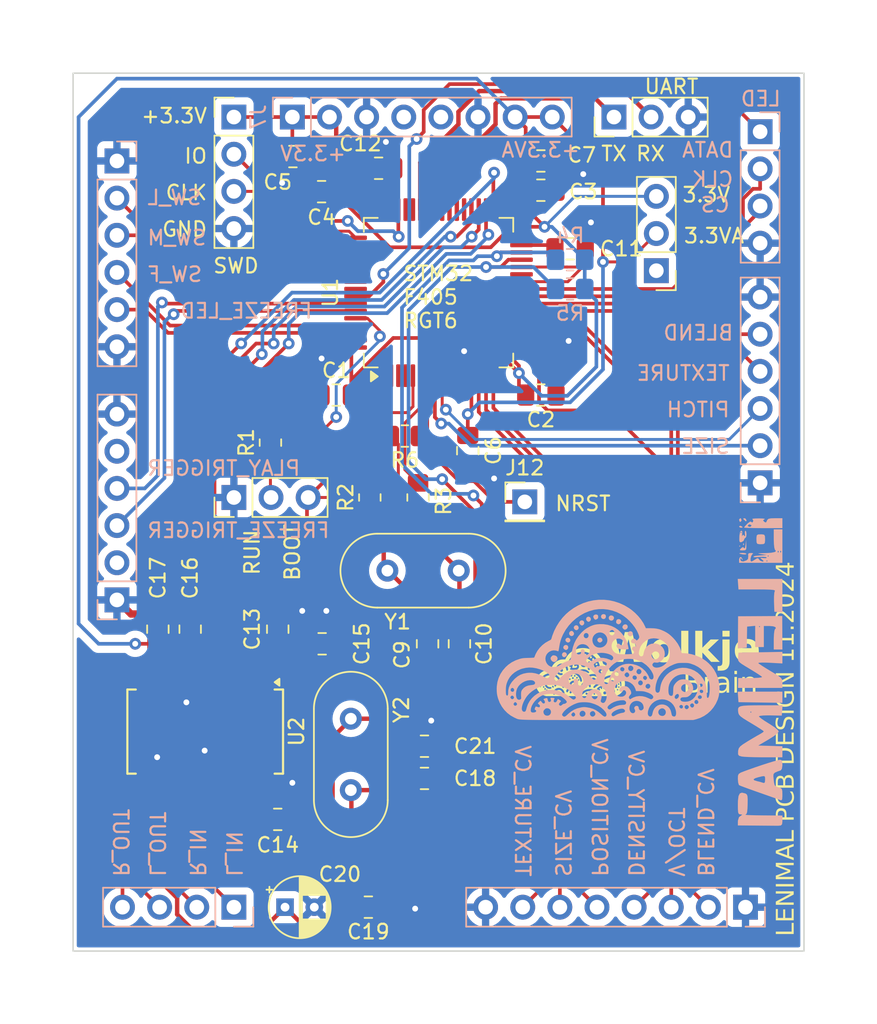
<source format=kicad_pcb>
(kicad_pcb (version 20240108) (generator "pcbnew") (generator_version "8.0")
  (layers (0 "F.Cu" signal) (31 "B.Cu" signal) (34 "B.Paste" user) (35 "F.Paste" user) (36 "B.SilkS" user "B.Silkscreen") (37 "F.SilkS" user "F.Silkscreen") (38 "B.Mask" user) (39 "F.Mask" user) (44 "Edge.Cuts" user))
  (net 0 "")
  (net 1 "+3.3V")
  (net 2 "GNDREF")
  (net 3 "+3.3VA")
  (net 4 "/STM32/NRST")
  (net 5 "Net-(C9-Pad1)")
  (net 6 "Net-(C10-Pad1)")
  (net 7 "/STM32/VCAP_1")
  (net 8 "/STM32/VCAP_2")
  (net 9 "Net-(U2-XTI{slash}MCLK)")
  (net 10 "Net-(U2-VMID)")
  (net 11 "Net-(U2-XTO)")
  (net 12 "Net-(J1-Pin_2)")
  (net 13 "/STM32/RX")
  (net 14 "/STM32/TX")
  (net 15 "/STM32/SWD_CLK")
  (net 16 "/STM32/SWD_IO")
  (net 17 "/STM32/BOOT0")
  (net 18 "/STM32/HSC_IN")
  (net 19 "/STM32/HSC_OUT")
  (net 20 "/STM32/I2C_SDA")
  (net 21 "/STM32/I2S_SCK")
  (net 22 "/STM32/I2S_LRCK")
  (net 24 "/STM32/SIZE_CV")
  (net 28 "/STM32/TEXTURE_CV")
  (net 29 "/STM32/LED_DATA")
  (net 31 "/STM32/DENSITY_CV")
  (net 32 "/STM32/FREEZE_TRIGGER")
  (net 33 "/STM32/BLEND_CV")
  (net 34 "/STM32/I2S_SIN")
  (net 38 "/STM32/PITCH")
  (net 40 "/STM32/SW_LOAD")
  (net 41 "/STM32/TEXTURE")
  (net 42 "/STM32/POSITION_CV")
  (net 44 "/STM32/PLAY_TRIGGER")
  (net 45 "/STM32/SIZE")
  (net 46 "/STM32/I2C_SCL")
  (net 47 "/STM32/V_OCT")
  (net 48 "/STM32/BLEND")
  (net 51 "/STM32/LED_ENABLE")
  (net 54 "/STM32/I2S_SOUT")
  (net 57 "/STM32/FREEZE_LED")
  (net 60 "/STM32/SW_MODE")
  (net 61 "/STM32/LED_CLK")
  (net 63 "/audio-codec/L_OUT")
  (net 64 "/audio-codec/R_OUT")
  (net 66 "/audio-codec/L_IN")
  (net 67 "/audio-codec/R_IN")
  (net 75 "/STM32/SW_FREEZE")
  (footprint "Capacitor_SMD:C_0805_2012Metric_Pad1.18x1.45mm_HandSolder" (layer "F.Cu") (at 67.0375 89 180)
    (property "Reference" "C15")
    (property "Value" "10uF")
  )
  (footprint "Capacitor_SMD:C_0805_2012Metric_Pad1.18x1.45mm_HandSolder" (layer "F.Cu") (at 64 88 -90)
    (property "Reference" "C13")
    (property "Value" "100nF")
  )
  (footprint "Capacitor_SMD:C_0805_2012Metric_Pad1.18x1.45mm_HandSolder" (layer "F.Cu") (at 67 58.1)
    (property "Reference" "C4")
    (property "Value" "100nF")
  )
  (footprint "Capacitor_SMD:C_0805_2012Metric_Pad1.18x1.45mm_HandSolder" (layer "F.Cu") (at 74.0375 98.2)
    (property "Reference" "C18")
    (property "Value" "18pF")
  )
  (footprint "Capacitor_SMD:C_0805_2012Metric_Pad1.18x1.45mm_HandSolder" (layer "F.Cu") (at 74.25 89 -90)
    (property "Reference" "C9")
    (property "Value" "18pF")
  )
  (footprint "Package_SO:SSOP-28_5.3x10.2mm_P0.65mm" (layer "F.Cu") (at 59.0375 95 -90)
    (property "Reference" "U2")
    (property "Value" "WM8731SEDS")
  )
  (footprint "synth-gfx:wolkje" (layer "F.Cu") (at 85.19558 93.611542)
    (property "Reference" "G***" (hide yes))
    (property "Value" "LOGO" (hide yes))
  )
  (footprint "Connector_PinHeader_2.54mm:PinHeader_1x03_P2.54mm_Vertical" (layer "F.Cu") (at 87 53 90)
    (property "Reference" "J2" (hide yes))
    (property "Value" "UART")
  )
  (footprint "Capacitor_THT:CP_Radial_D4.0mm_P2.00mm" (layer "F.Cu") (at 64.5 107)
    (property "Reference" "C20")
    (property "Value" "10uF")
  )
  (footprint "Capacitor_SMD:C_0805_2012Metric_Pad1.18x1.45mm_HandSolder" (layer "F.Cu") (at 76.43 89 -90)
    (property "Reference" "C10")
    (property "Value" "18pF")
  )
  (footprint "Crystal:Crystal_HC49-U_Vertical" (layer "F.Cu") (at 71.5 84)
    (property "Reference" "Y1")
    (property "Value" "8MHZ")
  )
  (footprint "Connector_PinHeader_2.54mm:PinHeader_1x03_P2.54mm_Vertical" (layer "F.Cu") (at 61 79 90)
    (property "Reference" "J1" (hide yes))
    (property "Value" "BOOT_RUN")
  )
  (footprint "Capacitor_SMD:C_0805_2012Metric_Pad1.18x1.45mm_HandSolder" (layer "F.Cu") (at 65.0375 55.7 180)
    (property "Reference" "C5")
    (property "Value" "10uF")
  )
  (footprint "Package_QFP:LQFP-64_10x10mm_P0.5mm" (layer "F.Cu") (at 75 65 90)
    (property "Reference" "U1")
    (property "Value" "STM32F405RGT6")
  )
  (footprint "Capacitor_SMD:C_0805_2012Metric_Pad1.18x1.45mm_HandSolder" (layer "F.Cu") (at 70.9 56.5)
    (property "Reference" "C12")
    (property "Value" "2.2uF")
  )
  (footprint "Resistor_SMD:R_0805_2012Metric_Pad1.20x1.40mm_HandSolder" (layer "F.Cu") (at 63.5 75.25 90)
    (property "Reference" "R1")
    (property "Value" "10K")
  )
  (footprint "Resistor_SMD:R_0805_2012Metric_Pad1.20x1.40mm_HandSolder" (layer "F.Cu") (at 73.6 79 90)
    (property "Reference" "R3")
    (property "Value" "10R")
  )
  (footprint "Capacitor_SMD:C_0805_2012Metric_Pad1.18x1.45mm_HandSolder" (layer "F.Cu") (at 77 75.8 90)
    (property "Reference" "C6")
    (property "Value" "100nF")
  )
  (footprint "Connector_PinHeader_2.54mm:PinHeader_1x04_P2.54mm_Vertical" (layer "F.Cu") (at 61 53)
    (property "Reference" "J3" (hide yes))
    (property "Value" "SWD")
  )
  (footprint "Resistor_SMD:R_0805_2012Metric_Pad1.20x1.40mm_HandSolder" (layer "F.Cu") (at 70.3 79 90)
    (property "Reference" "R2")
    (property "Value" "10R")
  )
  (footprint "Capacitor_SMD:C_0805_2012Metric_Pad1.18x1.45mm_HandSolder" (layer "F.Cu") (at 84 62)
    (property "Reference" "C11")
    (property "Value" "2.2uF")
  )
  (footprint "Capacitor_SMD:C_0805_2012Metric_Pad1.18x1.45mm_HandSolder" (layer "F.Cu") (at 74.0375 96)
    (property "Reference" "C21")
    (property "Value" "18pF")
  )
  (footprint "Connector_PinHeader_2.54mm:PinHeader_1x03_P2.54mm_Vertical" (layer "F.Cu") (at 89.9 63.5 180)
    (property "Reference" "J11" (hide yes))
    (property "Value" "V_VA_CONN")
  )
  (footprint "Connector_PinHeader_2.54mm:PinHeader_1x01_P2.54mm_Vertical" (layer "F.Cu") (at 80.9 79.3)
    (property "Reference" "J12")
    (property "Value" "RESET_PIN")
  )
  (footprint "Resistor_SMD:R_0805_2012Metric_Pad1.20x1.40mm_HandSolder" (layer "F.Cu") (at 72.7 74.8 180)
    (property "Reference" "R6")
    (property "Value" "10K")
  )
  (footprint "Capacitor_SMD:C_0805_2012Metric_Pad1.18x1.45mm_HandSolder" (layer "F.Cu") (at 55.8 88 -90)
    (property "Reference" "C17")
    (property "Value" "10uF")
  )
  (footprint "Capacitor_SMD:C_0805_2012Metric_Pad1.18x1.45mm_HandSolder" (layer "F.Cu") (at 64 101 180)
    (property "Reference" "C14")
    (property "Value" "100nF")
  )
  (footprint "Capacitor_SMD:C_0805_2012Metric_Pad1.18x1.45mm_HandSolder" (layer "F.Cu") (at 70.2 107 180)
    (property "Reference" "C19")
    (property "Value" "1uF")
  )
  (footprint "Capacitor_SMD:C_0805_2012Metric_Pad1.18x1.45mm_HandSolder" (layer "F.Cu") (at 82 58 180)
    (property "Reference" "C3")
    (property "Value" "100nF")
  )
  (footprint "Crystal:Crystal_HC49-U_Vertical" (layer "F.Cu") (at 69 99 90)
    (property "Reference" "Y2")
    (property "Value" "12.288MHZ")
  )
  (footprint "Capacitor_SMD:C_0805_2012Metric_Pad1.18x1.45mm_HandSolder" (layer "F.Cu") (at 82 72 180)
    (property "Reference" "C2")
    (property "Value" "100nF")
  )
  (footprint "Capacitor_SMD:C_0805_2012Metric_Pad1.18x1.45mm_HandSolder" (layer "F.Cu") (at 58.01 88 -90)
    (property "Reference" "C16")
    (property "Value" "100nF")
  )
  (footprint "Capacitor_SMD:C_0805_2012Metric_Pad1.18x1.45mm_HandSolder" (layer "F.Cu") (at 82 56 180)
    (property "Reference" "C7")
    (property "Value" "1uF")
  )
  (footprint "Capacitor_SMD:C_0805_2012Metric_Pad1.18x1.45mm_HandSolder" (layer "F.Cu") (at 68 72)
    (property "Reference" "C1")
    (property "Value" "100nF")
  )
  (footprint "Connector_PinHeader_2.54mm:PinHeader_1x06_P2.54mm_Vertical" (layer "B.Cu") (at 53 56 180)
    (property "Reference" "J10" (hide yes))
    (property "Value" "Conn_01x06")
  )
  (footprint "Resistor_SMD:R_0805_2012Metric_Pad1.20x1.40mm_HandSolder" (layer "B.Cu") (at 84 64.75)
    (property "Reference" "R5")
    (property "Value" "2K2")
  )
  (footprint "Synth:lenimal_logo_full" (layer "B.Cu") (at 97 91 -90)
    (property "Reference" "G***" (hide yes))
    (property "Value" "LOGO" (hide yes))
  )
  (footprint "Connector_PinHeader_2.54mm:PinHeader_1x04_P2.54mm_Vertical" (layer "B.Cu") (at 97 54 180)
    (property "Reference" "J5" (hide yes))
    (property "Value" "LED_DRIVER")
  )
  (footprint "synth-gfx:wolkje" (layer "B.Cu") (at 86.109847 92.778211 180)
    (property "Reference" "G***" (hide yes))
    (property "Value" "LOGO" (hide yes))
  )
  (footprint "Connector_PinHeader_2.54mm:PinHeader_1x06_P2.54mm_Vertical" (layer "B.Cu") (at 53 86)
    (property "Reference" "J9" (hide yes))
    (property "Value" "Conn_01x06")
  )
  (footprint "Connector_PinHeader_2.54mm:PinHeader_1x04_P2.54mm_Vertical" (layer "B.Cu") (at 61 107 90)
    (property "Reference" "J4" (hide yes))
    (property "Value" "AUDIO_IN_OUT")
  )
  (footprint "Connector_PinHeader_2.54mm:PinHeader_1x06_P2.54mm_Vertical" (layer "B.Cu") (at 97 78)
    (property "Reference" "J6" (hide yes))
    (property "Value" "Conn_01x06")
  )
  (footprint "Connector_PinHeader_2.54mm:PinHeader_1x08_P2.54mm_Vertical" (layer "B.Cu") (at 96 107 90)
    (property "Reference" "J8" (hide yes))
    (property "Value" "Conn_01x08")
  )
  (footprint "Resistor_SMD:R_0805_2012Metric_Pad1.20x1.40mm_HandSolder" (layer "B.Cu") (at 84 62.75 180)
    (property "Reference" "R4")
    (property "Value" "2K2")
  )
  (footprint "Connector_PinHeader_2.54mm:PinHeader_1x08_P2.54mm_Vertical" (layer "B.Cu") (at 65 53 -90)
    (property "Reference" "J7")
    (property "Value" "Power")
  )
  (gr_rect (start 50 50) (end 100 110) (stroke (width 0.1)) (fill none) (layer "Edge.Cuts"))
  (gr_text "DATA" (at 95.25 55.25 0) (layer "B.SilkS") (effects (font (size 1 1)) (justify left mirror)))
  (gr_text "LED" (at 98.5 51.75 0) (layer "B.SilkS") (effects (font (size 1 1)) (justify left mirror)))
  (gr_text "FREEZE_TRIGGER" (at 55 81.25 0) (layer "B.SilkS") (effects (font (size 1 1)) (justify right mirror)))
  (gr_text "PLAY_TRIGGER" (at 55 77 0) (layer "B.SilkS") (effects (font (size 1 1)) (justify right mirror)))
  (gr_text "SW_L" (at 55 58.5 0) (layer "B.SilkS") (effects (font (size 1 1)) (justify right mirror)))
  (gr_text "FREEZE_LED" (at 57.25 66.25 0) (layer "B.SilkS") (effects (font (size 1 1)) (justify right mirror)))
  (gr_text "SW_F" (at 55 63.75 0) (layer "B.SilkS") (effects (font (size 1 1)) (justify right mirror)))
  (gr_text "TEXTURE_CV" (at 80.75 105 270) (layer "B.SilkS") (effects (font (size 1 1)) (justify left mirror)))
  (gr_text "SIZE" (at 95 75.5 0) (layer "B.SilkS") (effects (font (size 1 1)) (justify left mirror)))
  (gr_text "DENSITY_CV" (at 88.5 105 270) (layer "B.SilkS") (effects (font (size 1 1)) (justify left mirror)))
  (gr_text "L_IN" (at 61 105 270) (layer "B.SilkS") (effects (font (size 1 1)) (justify left mirror)))
  (gr_text "TEXTURE" (at 95 70.5 0) (layer "B.SilkS") (effects (font (size 1 1)) (justify left mirror)))
  (gr_text "+3.3VA" (at 84.75 55.25 0) (layer "B.SilkS") (effects (font (size 1 1)) (justify left mirror)))
  (gr_text "L_OUT" (at 55.75 105 270) (layer "B.SilkS") (effects (font (size 1 1)) (justify left mirror)))
  (gr_text "CLK" (at 95.25 57.25 0) (layer "B.SilkS") (effects (font (size 1 1)) (justify left mirror)))
  (gr_text "R_IN" (at 58.5 105 270) (layer "B.SilkS") (effects (font (size 1 1)) (justify left mirror)))
  (gr_text "+3.3V" (at 68.75 55.5 0) (layer "B.SilkS") (effects (font (size 1 1)) (justify left mirror)))
  (gr_text "SIZE_CV" (at 83.5 105 270) (layer "B.SilkS") (effects (font (size 1 1)) (justify left mirror)))
  (gr_text "BLEND_CV" (at 93.25 105 270) (layer "B.SilkS") (effects (font (size 1 1)) (justify left mirror)))
  (gr_text "V/OCT" (at 91.25 105 270) (layer "B.SilkS") (effects (font (size 1 1)) (justify left mirror)))
  (gr_text "CS" (at 95 59 0) (layer "B.SilkS") (effects (font (size 1 1)) (justify left mirror)))
  (gr_text "BLEND" (at 95.25 67.75 0) (layer "B.SilkS") (effects (font (size 1 1)) (justify left mirror)))
  (gr_text "SW_M" (at 55 61.25 0) (layer "B.SilkS") (effects (font (size 1 1)) (justify right mirror)))
  (gr_text "POSITION_CV" (at 86 105 270) (layer "B.SilkS") (effects (font (size 1 1)) (justify left mirror)))
  (gr_text "R_OUT" (at 53.25 105 270) (layer "B.SilkS") (effects (font (size 1 1)) (justify left mirror)))
  (gr_text "PITCH" (at 95 73 0) (layer "B.SilkS") (effects (font (size 1 1)) (justify left mirror)))
  (gr_text "TX" (at 87 55.5 0) (layer "F.SilkS") (effects (font (size 1 1))))
  (gr_text "STM32\nF405\nRGT6" (at 72.5 67.5 0) (layer "F.SilkS") (effects (font (size 1 1)) (justify left bottom)))
  (gr_text "+3.3V" (at 59.25 53.5 0) (layer "F.SilkS") (effects (font (size 1 1)) (justify right bottom)))
  (gr_text "LENIMAL PCB DESIGN 11.2024" (at 99.5 109 90) (layer "F.SilkS") (effects (font (size 1.2 1.2)) (justify left bottom)))
  (gr_text "UART" (at 89 51.5 0) (layer "F.SilkS") (effects (font (size 1 1)) (justify left bottom)))
  (gr_text "Brain" (at 91.705426 92.575478 0) (layer "F.SilkS") (effects (font (size 1.4 1.4)) (justify left bottom)))
  (gr_text "NRST" (at 82.9 80 0) (layer "F.SilkS") (effects (font (size 1 1)) (justify left bottom)))
  (gr_text "3.3V" (at 91.6 58.9 0) (layer "F.SilkS") (effects (font (size 1 1)) (justify left bottom)))
  (gr_text "BOOT" (at 65 82.75 90) (layer "F.SilkS") (effects (font (size 1 1))))
  (gr_text "CLK" (at 59.25 58.75 0) (layer "F.SilkS") (effects (font (size 1 1)) (justify right bottom)))
  (gr_text "Wolkje" (at 86.455426 90.575478 0) (layer "F.SilkS") (effects (font (size 2 2)) (justify left bottom)))
  (gr_text "RX" (at 89.5 55.5 0) (layer "F.SilkS") (effects (font (size 1 1))))
  (gr_text "SWD" (at 59.5 63.75 0) (layer "F.SilkS") (effects (font (size 1 1)) (justify left bottom)))
  (gr_text "IO" (at 59.25 56.25 0) (layer "F.SilkS") (effects (font (size 1 1)) (justify right bottom)))
  (gr_text "3.3VA" (at 91.7 61.7 0) (layer "F.SilkS") (effects (font (size 1 1)) (justify left bottom)))
  (gr_text "RUN" (at 62.25 82.75 90) (layer "F.SilkS") (effects (font (size 1 1))))
  (gr_text "GND" (at 59.25 61.25 0) (layer "F.SilkS") (effects (font (size 1 1)) (justify right bottom)))
  (segment (start 63.5 92.7625) (end 63.5 96.6125) (width 0.25) (layer "F.Cu") (net 1))
  (segment (start 69.0375 72) (end 69.0375 76.0425) (width 0.25) (layer "F.Cu") (net 1))
  (segment (start 65 53) (end 65 54.7) (width 0.25) (layer "F.Cu") (net 1))
  (segment (start 72.25 75.35) (end 72.25 78.75) (width 0.2) (layer "F.Cu") (net 1))
  (segment (start 71.7 74.8) (end 72.25 75.35) (width 0.2) (layer "F.Cu") (net 1))
  (segment (start 70.225 59.325) (end 71.25 59.325) (width 0.25) (layer "F.Cu") (net 1))
  (segment (start 68 53.46) (end 68 58.0625) (width 0.3) (layer "F.Cu") (net 1))
  (segment (start 67.54 53) (end 68 53.46) (width 0.3) (layer "F.Cu") (net 1))
  (segment (start 68.0375 58.1) (end 69 58.1) (width 0.25) (layer "F.Cu") (net 1))
  (segment (start 78.574694 61.9) (end 79.974694 60.5) (width 0.25) (layer "F.Cu") (net 1))
  (segment (start 65 53) (end 61 53) (width 0.25) (layer "F.Cu") (net 1))
  (segment (start 69 58.1) (end 70.225 59.325) (width 0.25) (layer "F.Cu") (net 1))
  (segment (start 69.0375 76.0425) (end 66.08 79) (width 0.25) (layer "F.Cu") (net 1))
  (segment (start 65.9625 89.0375) (end 66 89) (width 0.25) (layer "F.Cu") (net 1))
  (segment (start 65 54.7) (end 64 55.7) (width 0.25) (layer "F.Cu") (net 1))
  (segment (start 72 79) (end 66.08 79) (width 0.2) (layer "F.Cu") (net 1))
  (segment (start 66.5 85.5) (end 66 85) (width 0.25) (layer "F.Cu") (net 1))
  (segment (start 64 89.0375) (end 65.9625 89.0375) (width 0.25) (layer "F.Cu") (net 1))
  (segment (start 79.575 68.007236) (end 79.832236 67.75) (width 0.25) (layer "F.Cu") (net 1))
  (segment (start 66 83) (end 66 79.08) (width 0.25) (layer "F.Cu") (net 1))
  (segment (start 67.54 53) (end 65 53) (width 0.25) (layer "F.Cu") (net 1))
  (segment (start 69.0375 72) (end 69.0375 69.0375) (width 0.25) (layer "F.Cu") (net 1))
  (segment (start 63.2625 91.4) (end 63.2625 92.525) (width 0.25) (layer "F.Cu") (net 1))
  (segment (start 80.9625 60.9625) (end 80.675 61.25) (width 0.25) (layer "F.Cu") (net 1))
  (segment (start 72.25 78.75) (end 72 79) (width 0.2) (layer "F.Cu") (net 1))
  (segment (start 62.6125 100.65) (end 62.6125 98.6) (width 0.25) (layer "F.Cu") (net 1))
  (segment (start 69.0375 72) (end 69.925 72) (width 0.25) (layer "F.Cu") (net 1))
  (segment (start 63.2625 92.525) (end 63.5 92.7625) (width 0.25) (layer "F.Cu") (net 1))
  (segment (start 62.6125 97.5) (end 62.6125 98.6) (width 0.25) (layer "F.Cu") (net 1))
  (segment (start 80.5 70.5) (end 80.5 70) (width 0.25) (layer "F.Cu") (net 1))
  (segment (start 80.5 70.5) (end 80.5 71.5375) (width 0.25) (layer "F.Cu") (net 1))
  (segment (start 82.25 60.5) (end 80.9625 59.2125) (width 0.25) (layer "F.Cu") (net 1))
  (segment (start 68.0375 58.1) (end 68.0375 58.2875) (width 0.25) (layer "F.Cu") (net 1))
  (segment (start 80.5 71.5375) (end 80.9625 72) (width 0.25) (layer "F.Cu") (net 1))
  (segment (start 80.5 70) (end 79.575 69.075) (width 0.25) (layer "F.Cu") (net 1))
  (segment (start 63.2625 89.775) (end 64 89.0375) (width 0.25) (layer "F.Cu") (net 1))
  (segment (start 66 89) (end 66.5 88.5) (width 0.25) (layer "F.Cu") (net 1))
  (segment (start 66 85) (end 66 83) (width 0.25) (layer "F.Cu") (net 1))
  (segment (start 68 58.0625) (end 68.0375 58.1) (width 0.3) (layer "F.Cu") (net 1))
  (segment (start 79.575 69.075) (end 79.575 68.007236) (width 0.25) (layer "F.Cu") (net 1))
  (segment (start 69.925 72) (end 71.25 70.675) (width 0.25) (layer "F.Cu") (net 1))
  (segment (start 80.9625 58) (end 80.9625 60.9625) (width 0.25) (layer "F.Cu") (net 1))
  (segment (start 80.9625 59.2125) (end 80.9625 58) (width 0.25) (layer "F.Cu") (net 1))
  (segment (start 69.0375 69.0375) (end 69.325 68.75) (width 0.25) (layer "F.Cu") (net 1))
  (segment (start 71.9 68.1) (end 69.0375 70.9625) (width 0.25) (layer "F.Cu") (net 1))
  (segment (start 79.974694 60.5) (end 82.25 60.5) (width 0.25) (layer "F.Cu") (net 1))
  (segment (start 62.9625 101) (end 62.6125 100.65) (width 0.25) (layer "F.Cu") (net 1))
  (segment (start 80.5 70.5) (end 78.1 68.1) (width 0.25) (layer "F.Cu") (net 1))
  (segment (start 68.0375 58.2875) (end 71.65 61.9) (width 0.25) (layer "F.Cu") (net 1))
  (segment (start 66.5 88.5) (end 66.5 85.5) (width 0.25) (layer "F.Cu") (net 1))
  (segment (start 63.5 96.6125) (end 62.6125 97.5) (width 0.25) (layer "F.Cu") (net 1))
  (segment (start 78.1 68.1) (end 71.9 68.1) (width 0.25) (layer "F.Cu") (net 1))
  (segment (start 63.2625 91.4) (end 63.2625 89.775) (width 0.25) (layer "F.Cu") (net 1))
  (segment (start 69.0375 70.9625) (end 69.0375 72) (width 0.25) (layer "F.Cu") (net 1))
  (segment (start 66 79.08) (end 66.08 79) (width 0.25) (layer "F.Cu") (net 1))
  (segment (start 71.65 61.9) (end 78.574694 61.9) (width 0.25) (layer "F.Cu") (net 1))
  (segment (start 79.832236 67.75) (end 80.675 67.75) (width 0.25) (layer "F.Cu") (net 1))
  (via (at 80.5 70.5) (size 0.8) (drill 0.4) (layers "F.Cu" "B.Cu") (net 1))
  (via (at 82.25 60.5) (size 0.8) (drill 0.4) (layers "F.Cu" "B.Cu") (net 1))
  (segment (start 82.75 60.5) (end 85 62.75) (width 0.25) (layer "B.Cu") (net 1))
  (segment (start 85.8 70.063604) (end 83.813604 72.05) (width 0.25) (layer "B.Cu") (net 1))
  (segment (start 85 62.75) (end 85 64.75) (width 0.25) (layer "B.Cu") (net 1))
  (segment (start 89.9 58.42) (end 84.33 58.42) (width 0.2) (layer "B.Cu") (net 1))
  (segment (start 85.8 65.55) (end 85.8 70.063604) (width 0.25) (layer "B.Cu") (net 1))
  (segment (start 82.25 60.5) (end 82.75 60.5) (width 0.25) (layer "B.Cu") (net 1))
  (segment (start 82.05 72.05) (end 80.5 70.5) (width 0.25) (layer "B.Cu") (net 1))
  (segment (start 84.33 58.42) (end 82.25 60.5) (width 0.2) (layer "B.Cu") (net 1))
  (segment (start 83.813604 72.05) (end 82.05 72.05) (width 0.25) (layer "B.Cu") (net 1))
  (segment (start 85 64.75) (end 85.8 65.55) (width 0.25) (layer "B.Cu") (net 1))
  (segment (start 82.35 68.25) (end 80.675 68.25) (width 0.2) (layer "F.Cu") (net 2))
  (segment (start 65 98.5) (end 63.3625 98.5) (width 0.5) (layer "F.Cu") (net 2))
  (segment (start 66.9625 72) (end 66.9625 69.5375) (width 0.2) (layer "F.Cu") (net 2))
  (segment (start 83.0375 69.1625) (end 83.0375 72) (width 0.5) (layer "F.Cu") (net 2))
  (segment (start 75.075 96) (end 75.075 94.825) (width 0.5) (layer "F.Cu") (net 2))
  (segment (start 65.4625 86.9625) (end 64 86.9625) (width 0.5) (layer "F.Cu") (net 2))
  (segment (start 75.075 98.2) (end 75.075 96) (width 0.5) (layer "F.Cu") (net 2))
  (segment (start 80.675 63.25) (end 83.7875 63.25) (width 0.2) (layer "F.Cu") (net 2))
  (segment (start 66.075 57.9875) (end 65.9625 58.1) (width 0.5) (layer "F.Cu") (net 2))
  (segment (start 75.075 94.825) (end 74.5 94.25) (width 0.5) (layer "F.Cu") (net 2))
  (segment (start 57.2875 93) (end 57.75 93) (width 0.2) (layer "F.Cu") (net 2))
  (segment (start 53.9625 86.9625) (end 53 86) (width 0.5) (layer "F.Cu") (net 2))
  (segment (start 66.075 55.7) (end 66.075 57.9875) (width 0.5) (layer "F.Cu") (net 2))
  (segment (start 78.8 77.7) (end 77.9375 76.8375) (width 0.2) (layer "F.Cu") (net 2))
  (segment (start 83.0375 56) (end 83.0375 58) (width 0.5) (layer "F.Cu") (net 2))
  (segment (start 83.85 64.25) (end 84.95 63.15) (width 0.2) (layer "F.Cu") (net 2))
  (segment (start 85.0375 60.5875) (end 85.0375 62) (width 0.5) (layer "F.Cu") (net 2))
  (segment (start 83.7875 63.25) (end 84.85 63.25) (width 0.2) (layer "F.Cu") (net 2))
  (segment (start 77.9375 76.8375) (end 77 76.8375) (width 0.2) (layer "F.Cu") (net 2))
  (segment (start 84.95 63.15) (end 85.0375 63.0625) (width 0.2) (layer "F.Cu") (net 2))
  (segment (start 63.3625 98.5) (end 63.2875 98.575) (width 0.5) (layer "F.Cu") (net 2))
  (segment (start 65.0375 98.5375) (end 65 98.5) (width 0.5) (layer "F.Cu") (net 2))
  (segment (start 85.425 60.2) (end 85.0375 60.5875) (width 0.5) (layer "F.Cu") (net 2))
  (segment (start 59 98.2375) (end 59.3625 98.6) (width 0.2) (layer "F.Cu") (net 2))
  (segment (start 84 56) (end 84.9 56.9) (width 0.5) (layer "F.Cu") (net 2))
  (segment (start 54.8125 97.6875) (end 55.75 96.75) (width 0.2) (layer "F.Cu") (net 2))
  (segment (start 83.9 68.3) (end 82.4 68.3) (width 0.2) (layer "F.Cu") (net 2))
  (segment (start 54.8125 98.6) (end 54.8125 97.6875) (width 0.2) (layer "F.Cu") (net 2))
  (segment (start 59 96.3) (end 59 98.2375) (width 0.2) (layer "F.Cu") (net 2))
  (segment (start 56.7625 92.475) (end 57.2875 93) (width 0.2) (layer "F.Cu") (net 2))
  (segment (start 59 96.3) (end 59 98.3125) (width 0.2) (layer "F.Cu") (net 2))
  (segment (start 65.0375 101) (end 65.0375 98.5375) (width 0.5) (layer "F.Cu") (net 2))
  (segment (start 65.675 86.75) (end 65.4625 86.9625) (width 0.5) (layer "F.Cu") (net 2))
  (segment (start 68.075 87.5) (end 67.325 86.75) (width 0.5) (layer "F.Cu") (net 2))
  (segment (start 71.9375 55.2375) (end 71.9375 56.5) (width 0.5) (layer "F.Cu") (net 2))
  (segment (start 63.2875 98.575) (end 63.2875 98.6) (width 0.5) (layer "F.Cu") (net 2))
  (segment (start 71.4 54.7) (end 71.9375 55.2375) (width 0.5) (layer "F.Cu") (net 2))
  (segment (start 68.25 68.25) (end 67 69.5) (width 0.2) (layer "F.Cu") (net 2))
  (segment (start 73.3 107) (end 73.4 107.1) (width 0.5) (layer "F.Cu") (net 2))
  (segment (start 66.9625 69.5375) (end 67 69.5) (width 0.2) (layer "F.Cu") (net 2))
  (segment (start 83.9 68.3) (end 83.0375 69.1625) (width 0.5) (layer "F.Cu") (net 2))
  (segment (start 84.85 63.25) (end 84.95 63.15) (width 0.2) (layer "F.Cu") (net 2))
  (segment (start 70.7875 107) (end 73.3 107) (width 0.5) (layer "F.Cu") (net 2))
  (segment (start 74.25 94) (end 74.5 94.25) (width 0.5) (layer "F.Cu") (net 2))
  (segment (start 85.0375 63.0625) (end 85.0375 62) (width 0.2) (layer "F.Cu") (net 2))
  (segment (start 69.325 68.25) (end 68.25 68.25) (width 0.2) (layer "F.Cu") (net 2))
  (segment (start 82.4 68.3) (end 82.35 68.25) (width 0.2) (layer "F.Cu") (net 2))
  (segment (start 74.25 90.0375) (end 74.25 94) (width 0.5) (layer "F.Cu") (net 2))
  (segment (start 65.9625 58.1) (end 64.9 58.1) (width 0.5) (layer "F.Cu") (net 2))
  (segment (start 76.75 70.675) (end 76.75 69) (width 0.2) (layer "F.Cu") (net 2))
  (segment (start 64.9 58.1) (end 64.3 57.5) (width 0.5) (layer "F.Cu") (net 2))
  (segment (start 68.075 89) (end 68.075 87.5) (width 0.5) (layer "F.Cu") (net 2))
  (segment (start 83.0375 56) (end 84 56) (width 0.5) (layer "F.Cu") (net 2))
  (segment (start 80.675 64.25) (end 83.85 64.25) (width 0.2) (layer "F.Cu") (net 2))
  (segment (start 58.01 86.9625) (end 53.9625 86.9625) (width 0.5) (layer "F.Cu") (net 2))
  (segment (start 59 98.3125) (end 58.7125 98.6) (width 0.2) (layer "F.Cu") (net 2))
  (segment (start 76.43 90.0375) (end 74.25 90.0375) (width 0.5) (layer "F.Cu") (net 2))
  (segment (start 56.7625 91.4) (end 56.7625 92.475) (width 0.2) (layer "F.Cu") (net 2))
  (via (at 67.325 86.75) (size 1) (drill 0.4) (layers "F.Cu" "B.Cu") (net 2))
  (via (at 65.675 86.75) (size 1) (drill 0.4) (layers "F.Cu" "B.Cu") (net 2))
  (via (at 85.425 60.2) (size 1) (drill 0.4) (layers "F.Cu" "B.Cu") (net 2))
  (via (at 57.75 93) (size 1) (drill 0.4) (layers "F.Cu" "B.Cu") (net 2))
  (via (at 73.4 107.1) (size 1) (drill 0.4) (layers "F.Cu" "B.Cu") (net 2))
  (via (at 76.75 69) (size 1) (drill 0.4) (layers "F.Cu" "B.Cu") (net 2))
  (via (at 67 69.5) (size 1) (drill 0.4) (layers "F.Cu" "B.Cu") (net 2))
  (via (at 83.9 68.3) (size 1) (drill 0.4) (layers "F.Cu" "B.Cu") (net 2))
  (via (at 84.9 56.9) (size 1) (drill 0.4) (layers "F.Cu" "B.Cu") (net 2))
  (via (at 71.4 54.7) (size 1) (drill 0.4) (layers "F.Cu" "B.Cu") (net 2))
  (via (at 74.5 94.25) (size 1) (drill 0.4) (layers "F.Cu" "B.Cu") (net 2))
  (via (at 55.75 96.75) (size 1) (drill 0.4) (layers "F.Cu" "B.Cu") (net 2))
  (via (at 59 96.3) (size 1) (drill 0.4) (layers "F.Cu" "B.Cu") (net 2))
  (via (at 64.3 57.5) (size 1) (drill 0.4) (layers "F.Cu" "B.Cu") (net 2))
  (via (at 78.8 77.7) (size 1) (drill 0.4) (layers "F.Cu" "B.Cu") (net 2))
  (via (at 65 98.5) (size 1) (drill 0.4) (layers "F.Cu" "B.Cu") (net 2))
  (segment (start 87.96 62.9) (end 86.25 62.9) (width 0.2) (layer "F.Cu") (net 3))
  (segment (start 58.7125 89.74) (end 58.7125 91.4) (width 0.25) (layer "F.Cu") (net 3))
  (segment (start 54.8125 90.025) (end 54.8125 91.4) (width 0.25) (layer "F.Cu") (net 3))
  (segment (start 80.24 53) (end 82.78 53) (width 0.25) (layer "F.Cu") (net 3))
  (segment (start 89.9 60.96) (end 87.96 62.9) (width 0.2) (layer "F.Cu") (net 3))
  (segment (start 86.25 62.9) (end 86.25 56.47) (width 0.25) (layer "F.Cu") (net 3))
  (segment (start 54.25 89) (end 55.7625 89) (width 0.25) (layer "F.Cu") (net 3))
  (segment (start 55.8 89.0375) (end 58.01 89.0375) (width 0.25) (layer "F.Cu") (net 3))
  (segment (start 80.9625 53.7225) (end 80.24 53) (width 0.25) (layer "F.Cu") (net 3))
  (segment (start 86.25 56.47) (end 82.78 53) (width 0.25) (layer "F.Cu") (net 3))
  (segment (start 77.25 73.05) (end 77.25 70.675) (width 0.25) (layer "F.Cu") (net 3))
  (segment (start 77 73.3) (end 77.25 73.05) (width 0.25) (layer "F.Cu") (net 3))
  (segment (start 80.9625 56) (end 80.9625 53.7225) (width 0.25) (layer "F.Cu") (net 3))
  (segment (start 58.01 89.0375) (end 58.7125 89.74) (width 0.25) (layer "F.Cu") (net 3))
  (segment (start 77 74.7625) (end 77 73.3) (width 0.25) (layer "F.Cu") (net 3))
  (segment (start 55.8 89.0375) (end 54.8125 90.025) (width 0.25) (layer "F.Cu") (net 3))
  (segment (start 55.7625 89) (end 55.8 89.0375) (width 0.25) (layer "F.Cu") (net 3))
  (via (at 86.25 62.9) (size 0.8) (drill 0.4) (layers "F.Cu" "B.Cu") (net 3))
  (via (at 54.25 89) (size 0.8) (drill 0.4) (layers "F.Cu" "B.Cu") (net 3))
  (via (at 77 73.3) (size 0.8) (drill 0.4) (layers "F.Cu" "B.Cu") (net 3))
  (segment (start 50.375 87.625) (end 51.75 89) (width 0.25) (layer "B.Cu") (net 3))
  (segment (start 77.615 50.375) (end 53 50.375) (width 0.25) (layer "B.Cu") (net 3))
  (segment (start 51.75 89) (end 54.25 89) (width 0.25) (layer "B.Cu") (net 3))
  (segment (start 77.8 72.5) (end 77 73.3) (width 0.25) (layer "B.Cu") (net 3))
  (segment (start 50.375 53) (end 50.375 87.625) (width 0.25) (layer "B.Cu") (net 3))
  (segment (start 86.25 70.25) (end 84 72.5) (width 0.25) (layer "B.Cu") (net 3))
  (segment (start 53 50.375) (end 50.375 53) (width 0.25) (layer "B.Cu") (net 3))
  (segment (start 86.25 62.9) (end 86.25 70.25) (width 0.25) (layer "B.Cu") (net 3))
  (segment (start 80.24 53) (end 77.615 50.375) (width 0.25) (layer "B.Cu") (net 3))
  (segment (start 84 72.5) (end 77.8 72.5) (width 0.25) (layer "B.Cu") (net 3))
  (segment (start 74.25 74.25) (end 74.25 70.675) (width 0.2) (layer "F.Cu") (net 4))
  (segment (start 80.9 79.3) (end 78.850611 79.3) (width 0.25) (layer "F.Cu") (net 4))
  (segment (start 76.407107 77.881802) (end 73.7 75.174695) (width 0.25) (layer "F.Cu") (net 4))
  (segment (start 77.432413 77.881802) (end 76.407107 77.881802) (width 0.25) (layer "F.Cu") (net 4))
  (segment (start 73.7 75.174695) (end 73.7 74.8) (width 0.25) (layer "F.Cu") (net 4))
  (segment (start 73.7 74.8) (end 74.25 74.25) (width 0.2) (layer "F.Cu") (net 4))
  (segment (start 78.850611 79.3) (end 77.432413 77.881802) (width 0.25) (layer "F.Cu") (net 4))
  (segment (start 71.25 83.7) (end 74.25 86.7) (width 0.3) (layer "F.Cu") (net 5))
  (segment (start 71.25 80.95) (end 71.25 83.7) (width 0.3) (layer "F.Cu") (net 5))
  (segment (start 74.25 86.7) (end 74.25 87.9625) (width 0.3) (layer "F.Cu") (net 5))
  (segment (start 70.3 80) (end 71.25 80.95) (width 0.3) (layer "F.Cu") (net 5))
  (segment (start 73.6 80) (end 73.5 80.1) (width 0.3) (layer "F.Cu") (net 6))
  (segment (start 76.43 84) (end 76.43 87.9625) (width 0.3) (layer "F.Cu") (net 6))
  (segment (start 73.5 80.1) (end 73.5 81.07) (width 0.3) (layer "F.Cu") (net 6))
  (segment (start 73.5 81.07) (end 76.43 84) (width 0.3) (layer "F.Cu") (net 6))
  (segment (start 82.7125 61.75) (end 80.675 61.75) (width 0.25) (layer "F.Cu") (net 7))
  (segment (start 82.9625 62) (end 82.7125 61.75) (width 0.25) (layer "F.Cu") (net 7))
  (segment (start 69.8625 56.5) (end 70.1 56.5) (width 0.2) (layer "F.Cu") (net 8))
  (segment (start 70.1 56.5) (end 71.75 58.15) (width 0.2) (layer "F.Cu") (net 8))
  (segment (start 71.75 58.15) (end 71.75 59.325) (width 0.2) (layer "F.Cu") (net 8))
  (segment (start 72.2 99) (end 73 98.2) (width 0.3) (layer "F.Cu") (net 9))
  (segment (start 61.3125 98.6) (end 61.3125 101.725063) (width 0.3) (layer "F.Cu") (net 9))
  (segment (start 61.3125 101.725063) (end 62.337437 102.75) (width 0.3) (layer "F.Cu") (net 9))
  (segment (start 62.337437 102.75) (end 66.909189 102.75) (width 0.3) (layer "F.Cu") (net 9))
  (segment (start 69.0375 99) (end 72.2 99) (width 0.3) (layer "F.Cu") (net 9))
  (segment (start 69.0375 100.621689) (end 69.0375 99) (width 0.3) (layer "F.Cu") (net 9))
  (segment (start 66.909189 102.75) (end 69.0375 100.621689) (width 0.3) (layer "F.Cu") (net 9))
  (segment (start 67.7625 107.95) (end 65.45 107.95) (width 0.3) (layer "F.Cu") (net 10))
  (segment (start 64.5 107) (end 62.75 108.75) (width 0.3) (layer "F.Cu") (net 10))
  (segment (start 58.372943 108.75) (end 57.12 107.497057) (width 0.3) (layer "F.Cu") (net 10))
  (segment (start 55.4625 104.7125) (end 55.4625 98.6) (width 0.3) (layer "F.Cu") (net 10))
  (segment (start 57.12 107.497057) (end 57.12 106.37) (width 0.3) (layer "F.Cu") (net 10))
  (segment (start 65.45 107.95) (end 64.5 107) (width 0.3) (layer "F.Cu") (net 10))
  (segment (start 57.12 106.37) (end 55.4625 104.7125) (width 0.3) (layer "F.Cu") (net 10))
  (segment (start 68.7125 107) (end 67.7625 107.95) (width 0.3) (layer "F.Cu") (net 10))
  (segment (start 62.75 108.75) (end 58.372943 108.75) (width 0.3) (layer "F.Cu") (net 10))
  (segment (start 61.925 98.6375) (end 61.925 101.630456) (width 0.3) (layer "F.Cu") (net 11))
  (segment (start 61.9625 98.6) (end 61.925 98.6375) (width 0.3) (layer "F.Cu") (net 11))
  (segment (start 67.75 95.4075) (end 69.0375 94.12) (width 0.3) (layer "F.Cu") (net 11))
  (segment (start 66.702082 102.25) (end 67.75 101.202082) (width 0.3) (layer "F.Cu") (net 11))
  (segment (start 61.925 101.630456) (end 62.544544 102.25) (width 0.3) (layer "F.Cu") (net 11))
  (segment (start 62.544544 102.25) (end 66.702082 102.25) (width 0.3) (layer "F.Cu") (net 11))
  (segment (start 67.75 101.202082) (end 67.75 95.4075) (width 0.3) (layer "F.Cu") (net 11))
  (segment (start 69.0375 94.12) (end 71.12 94.12) (width 0.3) (layer "F.Cu") (net 11))
  (segment (start 71.12 94.12) (end 73 96) (width 0.3) (layer "F.Cu") (net 11))
  (segment (start 63.5 76.25) (end 63.5 78.96) (width 0.2) (layer "F.Cu") (net 12))
  (segment (start 63.5 78.96) (end 63.54 79) (width 0.2) (layer "F.Cu") (net 12))
  (segment (start 87.765 51.225) (end 77.777943 51.225) (width 0.3) (layer "F.Cu") (net 13))
  (segment (start 73.75 56.107057) (end 73.75 59.325) (width 0.3) (layer "F.Cu") (net 13))
  (segment (start 76.36 53.497057) (end 73.75 56.107057) (width 0.3) (layer "F.Cu") (net 13))
  (segment (start 76.36 52.642943) (end 76.36 53.497057) (width 0.3) (layer "F.Cu") (net 13))
  (segment (start 89.54 53) (end 87.765 51.225) (width 0.3) (layer "F.Cu") (net 13))
  (segment (start 77.777943 51.225) (end 76.36 52.642943) (width 0.3) (layer "F.Cu") (net 13))
  (segment (start 87 53) (end 85.725 51.725) (width 0.3) (layer "F.Cu") (net 14))
  (segment (start 77.697057 54.7) (end 76.1 54.7) (width 0.3) (layer "F.Cu") (net 14))
  (segment (start 85.725 51.725) (end 79.275 51.725) (width 0.3) (layer "F.Cu") (net 14))
  (segment (start 76.1 54.7) (end 74.25 56.55) (width 0.3) (layer "F.Cu") (net 14))
  (segment (start 74.25 56.55) (end 74.25 59.325) (width 0.3) (layer "F.Cu") (net 14))
  (segment (start 79.275 51.725) (end 78.9 52.1) (width 0.3) (layer "F.Cu") (net 14))
  (segment (start 78.9 52.1) (end 78.9 53.497057) (width 0.3) (layer "F.Cu") (net 14))
  (segment (start 78.9 53.497057) (end 77.697057 54.7) (width 0.3) (layer "F.Cu") (net 14))
  (segment (start 68.875 60.8) (end 69.325 61.25) (width 0.2) (layer "F.Cu") (net 15))
  (segment (start 65.694314 60.8) (end 68.875 60.8) (width 0.2) (layer "F.Cu") (net 15))
  (segment (start 62.974314 58.08) (end 65.694314 60.8) (width 0.2) (layer "F.Cu") (net 15))
  (segment (start 61 58.08) (end 62.974314 58.08) (width 0.2) (layer "F.Cu") (net 15))
  (segment (start 68.788176 60.1) (end 65.595354 60.1) (width 0.25) (layer "F.Cu") (net 16))
  (segment (start 72.275 61.175) (end 72.25 61.15) (width 0.25) (layer "F.Cu") (net 16))
  (segment (start 72.25 61.15) (end 72.25 59.325) (width 0.25) (layer "F.Cu") (net 16))
  (segment (start 61.035354 55.54) (end 61 55.54) (width 0.25) (layer "F.Cu") (net 16))
  (segment (start 65.595354 60.1) (end 61.035354 55.54) (width 0.25) (layer "F.Cu") (net 16))
  (via (at 68.788176 60.1) (size 0.8) (drill 0.4) (layers "F.Cu" "B.Cu") (net 16))
  (via (at 72.275 61.175) (size 0.8) (drill 0.4) (layers "F.Cu" "B.Cu") (net 16))
  (segment (start 68.788176 60.1) (end 69.488176 60.8) (width 0.25) (layer "B.Cu") (net 16))
  (segment (start 69.488176 60.8) (end 71.9 60.8) (width 0.25) (layer "B.Cu") (net 16))
  (segment (start 71.9 60.8) (end 72.275 61.175) (width 0.25) (layer "B.Cu") (net 16))
  (segment (start 69.325 66.75) (end 70.13241 66.75) (width 0.2) (layer "F.Cu") (net 17))
  (segment (start 70.987347 67.604937) (end 70.987347 67.987347) (width 0.2) (layer "F.Cu") (net 17))
  (segment (start 67.25 74.25) (end 63.5 74.25) (width 0.2) (layer "F.Cu") (net 17))
  (segment (start 68 73.5) (end 67.25 74.25) (width 0.2) (layer "F.Cu") (net 17))
  (segment (start 70.13241 66.75) (end 70.987347 67.604937) (width 0.2) (layer "F.Cu") (net 17))
  (via (at 70.987347 67.987347) (size 0.8) (drill 0.4) (layers "F.Cu" "B.Cu") (net 17))
  (via (at 68 73.5) (size 0.8) (drill 0.4) (layers "F.Cu" "B.Cu") (net 17))
  (segment (start 68 71.25) (end 68 73.5) (width 0.2) (layer "B.Cu") (net 17))
  (segment (start 70.987347 67.987347) (end 70.987347 68.262653) (width 0.2) (layer "B.Cu") (net 17))
  (segment (start 70.987347 68.262653) (end 68 71.25) (width 0.2) (layer "B.Cu") (net 17))
  (segment (start 70.3 73.9) (end 70.3 78) (width 0.2) (layer "F.Cu") (net 18))
  (segment (start 73.25 72.784314) (end 72.834314 73.2) (width 0.2) (layer "F.Cu") (net 18))
  (segment (start 72.834314 73.2) (end 71 73.2) (width 0.2) (layer "F.Cu") (net 18))
  (segment (start 73.25 70.675) (end 73.25 72.784314) (width 0.2) (layer "F.Cu") (net 18))
  (segment (start 71 73.2) (end 70.3 73.9) (width 0.2) (layer "F.Cu") (net 18))
  (segment (start 73.75 72.85) (end 73.75 70.675) (width 0.2) (layer "F.Cu") (net 19))
  (segment (start 72.7 73.9) (end 73.75 72.85) (width 0.2) (layer "F.Cu") (net 19))
  (segment (start 72.7 77.1) (end 72.7 73.9) (width 0.2) (layer "F.Cu") (net 19))
  (segment (start 73.6 78) (end 72.7 77.1) (width 0.2) (layer "F.Cu") (net 19))
  (segment (start 74 103.75) (end 62.029289 103.75) (width 0.25) (layer "F.Cu") (net 20))
  (segment (start 60.0125 101.733211) (end 60.0125 98.6) (width 0.25) (layer "F.Cu") (net 20))
  (segment (start 77.955 99.795) (end 74 103.75) (width 0.25) (layer "F.Cu") (net 20))
  (segment (start 62.029289 103.75) (end 60.0125 101.733211) (width 0.25) (layer "F.Cu") (net 20))
  (segment (start 77.387653 78.862347) (end 77.955 79.429694) (width 0.25) (layer "F.Cu") (net 20))
  (segment (start 78.990345 62.509654) (end 79.249999 62.25) (width 0.25) (layer "F.Cu") (net 20))
  (segment (start 77.955 79.429694) (end 77.955 99.795) (width 0.25) (layer "F.Cu") (net 20))
  (segment (start 79.249999 62.25) (end 80.675 62.25) (width 0.25) (layer "F.Cu") (net 20))
  (via (at 77.387653 78.862347) (size 0.8) (drill 0.4) (layers "F.Cu" "B.Cu") (net 20))
  (via (at 78.990345 62.509654) (size 0.8) (drill 0.4) (layers "F.Cu" "B.Cu") (net 20))
  (segment (start 74.5 78.75) (end 77.275306 78.75) (width 0.25) (layer "B.Cu") (net 20))
  (segment (start 77.386701 62.8) (end 75.720279 62.8) (width 0.25) (layer "B.Cu") (net 20))
  (segment (start 78.990345 62.509654) (end 79.249999 62.25) (width 0.25) (layer "B.Cu") (net 20))
  (segment (start 75.720279 62.8) (end 72.5 66.020279) (width 0.25) (layer "B.Cu") (net 20))
  (segment (start 77.677047 62.509654) (end 77.386701 62.8) (width 0.25) (layer "B.Cu") (net 20))
  (segment (start 77.275306 78.75) (end 77.387653 78.862347) (width 0.25) (layer "B.Cu") (net 20))
  (segment (start 72.5 76.75) (end 74.5 78.75) (width 0.25) (layer "B.Cu") (net 20))
  (segment (start 72.5 66.020279) (end 72.5 76.75) (width 0.25) (layer "B.Cu") (net 20))
  (segment (start 78.990345 62.509654) (end 77.677047 62.509654) (width 0.25) (layer "B.Cu") (net 20))
  (segment (start 79.249999 62.25) (end 82.5 62.25) (width 0.25) (layer "B.Cu") (net 20))
  (segment (start 82.5 62.25) (end 83 62.75) (width 0.25) (layer "B.Cu") (net 20))
  (segment (start 59.675 84.152208) (end 60.15 84.627208) (width 0.25) (layer "F.Cu") (net 21))
  (segment (start 60.15 84.627208) (end 60.15 84.65) (width 0.25) (layer "F.Cu") (net 21))
  (segment (start 64.75 68.475) (end 59.675 73.55) (width 0.25) (layer "F.Cu") (net 21))
  (segment (start 78.25 60.880745) (end 78.25 59.325) (width 0.25) (layer "F.Cu") (net 21))
  (segment (start 61.9625 86.4625) (end 61.9625 91.4) (width 0.25) (layer "F.Cu") (net 21))
  (segment (start 78.409322 61.040067) (end 78.25 60.880745) (width 0.25) (layer "F.Cu") (net 21))
  (segment (start 60.15 84.65) (end 61.9625 86.4625) (width 0.25) (layer "F.Cu") (net 21))
  (segment (start 59.675 73.55) (end 59.675 84.152208) (width 0.25) (layer "F.Cu") (net 21))
  (via (at 78.409322 61.040067) (size 0.8) (drill 0.4) (layers "F.Cu" "B.Cu") (net 21))
  (via (at 64.75 68.475) (size 0.8) (drill 0.4) (layers "F.Cu" "B.Cu") (net 21))
  (segment (start 75.533883 62.35) (end 71.483883 66.4) (width 0.25) (layer "B.Cu") (net 21))
  (segment (start 71.483883 66.4) (end 65.483883 66.4) (width 0.25) (layer "B.Cu") (net 21))
  (segment (start 64.75 67.133883) (end 64.75 68.475) (width 0.25) (layer "B.Cu") (net 21))
  (segment (start 65.483883 66.4) (end 64.75 67.133883) (width 0.25) (layer "B.Cu") (net 21))
  (segment (start 78.409322 61.040067) (end 78.409322 61.140983) (width 0.25) (layer "B.Cu") (net 21))
  (segment (start 77.200305 62.35) (end 75.533883 62.35) (width 0.25) (layer "B.Cu") (net 21))
  (segment (start 78.409322 61.140983) (end 77.200305 62.35) (width 0.25) (layer "B.Cu") (net 21))
  (segment (start 60 93.7) (end 59.3625 93.0625) (width 0.25) (layer "F.Cu") (net 22))
  (segment (start 58.325 71.649695) (end 58.325 85.6449) (width 0.25) (layer "F.Cu") (net 22))
  (segment (start 59.3625 93.0625) (end 59.3625 91.4) (width 0.25) (layer "F.Cu") (net 22))
  (segment (start 78.8 56.8) (end 78.75 56.85) (width 0.25) (layer "F.Cu") (net 22))
  (segment (start 58.325 85.6449) (end 59.3625 86.6824) (width 0.25) (layer "F.Cu") (net 22))
  (segment (start 61.499696 68.474999) (end 58.325 71.649695) (width 0.25) (layer "F.Cu") (net 22))
  (segment (start 78.75 56.85) (end 78.75 59.325) (width 0.25) (layer "F.Cu") (net 22))
  (segment (start 60.6625 91.4) (end 60.6625 93.0375) (width 0.25) (layer "F.Cu") (net 22))
  (segment (start 59.3625 86.6824) (end 59.3625 91.4) (width 0.25) (layer "F.Cu") (net 22))
  (segment (start 60.6625 93.0375) (end 60 93.7) (width 0.25) (layer "F.Cu") (net 22))
  (via (at 78.8 56.8) (size 0.8) (drill 0.4) (layers "F.Cu" "B.Cu") (net 22))
  (via (at 61.499696 68.474999) (size 0.8) (drill 0.4) (layers "F.Cu" "B.Cu") (net 22))
  (segment (start 78.8 56.8) (end 78.8 57.174695) (width 0.25) (layer "B.Cu") (net 22))
  (segment (start 70.974695 65) (end 64.974695 65) (width 0.25) (layer "B.Cu") (net 22))
  (segment (start 64.974695 65) (end 61.499696 68.474999) (width 0.25) (layer "B.Cu") (net 22))
  (segment (start 78.8 57.174695) (end 70.974695 65) (width 0.25) (layer "B.Cu") (net 22))
  (segment (start 83.3 78.063604) (end 78.25 73.013604) (width 0.25) (layer "F.Cu") (net 24))
  (segment (start 83.3 107) (end 83.3 78.063604) (width 0.25) (layer "F.Cu") (net 24))
  (segment (start 78.25 73.013604) (end 78.25 70.675) (width 0.25) (layer "F.Cu") (net 24))
  (segment (start 80.76 107) (end 82.85 104.91) (width 0.25) (layer "F.Cu") (net 28))
  (segment (start 77.75 73.15) (end 77.75 70.675) (width 0.25) (layer "F.Cu") (net 28))
  (segment (start 82.85 78.25) (end 77.75 73.15) (width 0.25) (layer "F.Cu") (net 28))
  (segment (start 82.85 104.91) (end 82.85 78.25) (width 0.25) (layer "F.Cu") (net 28))
  (segment (start 75.748299 50.75) (end 93.75 50.75) (width 0.25) (layer "F.Cu") (net 29))
  (segment (start 73.985 52.513299) (end 75.748299 50.75) (width 0.25) (layer "F.Cu") (net 29))
  (segment (start 71.224694 63.724696) (end 71.224694 64.275306) (width 0.25) (layer "F.Cu") (net 29))
  (segment (start 73.5 54.5) (end 73.985 54.015) (width 0.25) (layer "F.Cu") (net 29))
  (segment (start 73.985 54.015) (end 73.985 52.513299) (width 0.25) (layer "F.Cu") (net 29))
  (segment (start 70.25 65.25) (end 69.325 65.25) (width 0.25) (layer "F.Cu") (net 29))
  (segment (start 93.75 50.75) (end 97 54) (width 0.25) (layer "F.Cu") (net 29))
  (segment (start 71.224694 64.275306) (end 70.25 65.25) (width 0.25) (layer "F.Cu") (net 29))
  (via (at 73.5 54.5) (size 0.8) (drill 0.4) (layers "F.Cu" "B.Cu") (net 29))
  (via (at 71.224694 63.724696) (size 0.8) (drill 0.4) (layers "F.Cu" "B.Cu") (net 29))
  (segment (start 73 61.94939) (end 71.224694 63.724696) (width 0.25) (layer "B.Cu") (net 29))
  (segment (start 73.5 54.5) (end 73 55) (width 0.25) (layer "B.Cu") (net 29))
  (segment (start 73 55) (end 73 61.94939) (width 0.25) (layer "B.Cu") (net 29))
  (segment (start 82.4549 73.05) (end 81.875 72.4701) (width 0.25) (layer "F.Cu") (net 31))
  (segment (start 86.681368 73.05) (end 82.4549 73.05) (width 0.25) (layer "F.Cu") (net 31))
  (segment (start 90.47 76.838632) (end 86.681368 73.05) (width 0.25) (layer "F.Cu") (net 31))
  (segment (start 81.875 69.95) (end 80.675 68.75) (width 0.25) (layer "F.Cu") (net 31))
  (segment (start 81.875 72.4701) (end 81.875 69.95) (width 0.25) (layer "F.Cu") (net 31))
  (segment (start 90.47 104.91) (end 90.47 76.838632) (width 0.25) (layer "F.Cu") (net 31))
  (segment (start 88.38 107) (end 90.47 104.91) (width 0.25) (layer "F.Cu") (net 31))
  (segment (start 56.880304 66.474999) (end 57.105303 66.25) (width 0.25) (layer "F.Cu") (net 32))
  (segment (start 57.105303 66.25) (end 69.325 66.25) (width 0.25) (layer "F.Cu") (net 32))
  (via (at 56.880304 66.474999) (size 0.8) (drill 0.4) (layers "F.Cu" "B.Cu") (net 32))
  (segment (start 56.25 67) (end 56.25 77.67) (width 0.25) (layer "B.Cu") (net 32))
  (segment (start 56.775001 66.474999) (end 56.25 67) (width 0.25) (layer "B.Cu") (net 32))
  (segment (start 56.880304 66.474999) (end 56.775001 66.474999) (width 0.25) (layer "B.Cu") (net 32))
  (segment (start 56.25 77.67) (end 53 80.92) (width 0.25) (layer "B.Cu") (net 32))
  (segment (start 80.675 66.75) (end 84.45 66.75) (width 0.25) (layer "F.Cu") (net 33))
  (segment (start 84.45 66.75) (end 91.37 73.67) (width 0.25) (layer "F.Cu") (net 33))
  (segment (start 91.37 104.91) (end 93.46 107) (width 0.25) (layer "F.Cu") (net 33))
  (segment (start 91.37 73.67) (end 91.37 104.91) (width 0.25) (layer "F.Cu") (net 33))
  (segment (start 58.775 84.525) (end 59.25 85) (width 0.25) (layer "F.Cu") (net 34))
  (segment (start 59.25 85) (end 59.25 85.022792) (width 0.25) (layer "F.Cu") (net 34))
  (segment (start 77.75 60.693068) (end 77.268068 61.175) (width 0.25) (layer "F.Cu") (net 34))
  (segment (start 58.775 72.225) (end 58.775 84.525) (width 0.25) (layer "F.Cu") (net 34))
  (segment (start 77.75 59.325) (end 77.75 60.693068) (width 0.25) (layer "F.Cu") (net 34))
  (segment (start 59.25 85.022792) (end 60.0125 85.785292) (width 0.25) (layer "F.Cu") (net 34))
  (segment (start 63.720966 68.478729) (end 62.521271 68.478729) (width 0.25) (layer "F.Cu") (net 34))
  (segment (start 60.0125 85.785292) (end 60.0125 91.4) (width 0.25) (layer "F.Cu") (net 34))
  (segment (start 62.521271 68.478729) (end 58.775 72.225) (width 0.25) (layer "F.Cu") (net 34))
  (via (at 63.720966 68.478729) (size 0.8) (drill 0.4) (layers "F.Cu" "B.Cu") (net 34))
  (via (at 77.268068 61.175) (size 0.8) (drill 0.4) (layers "F.Cu" "B.Cu") (net 34))
  (segment (start 63.720966 67.526521) (end 63.720966 68.478729) (width 0.25) (layer "B.Cu") (net 34))
  (segment (start 75.347487 61.9) (end 71.297487 65.95) (width 0.25) (layer "B.Cu") (net 34))
  (segment (start 77.268068 61.175) (end 76.543068 61.9) (width 0.25) (layer "B.Cu") (net 34))
  (segment (start 65.297487 65.95) (end 63.720966 67.526521) (width 0.25) (layer "B.Cu") (net 34))
  (segment (start 76.543068 61.9) (end 75.347487 61.9) (width 0.25) (layer "B.Cu") (net 34))
  (segment (start 71.297487 65.95) (end 65.297487 65.95) (width 0.25) (layer "B.Cu") (net 34))
  (segment (start 75.25 70.675) (end 75.25 72.75) (width 0.2) (layer "F.Cu") (net 38))
  (segment (start 75.25 72.75) (end 75.5 73) (width 0.2) (layer "F.Cu") (net 38))
  (via (at 75.5 73) (size 0.8) (drill 0.4) (layers "F.Cu" "B.Cu") (net 38))
  (segment (start 94.885 75.035) (end 97 72.92) (width 0.2) (layer "B.Cu") (net 38))
  (segment (start 75.5 73) (end 77.535 75.035) (width 0.2) (layer "B.Cu") (net 38))
  (segment (start 77.535 75.035) (end 94.885 75.035) (width 0.2) (layer "B.Cu") (net 38))
  (segment (start 56.71 62.25) (end 53 58.54) (width 0.25) (layer "F.Cu") (net 40))
  (segment (start 69.325 62.25) (end 56.71 62.25) (width 0.25) (layer "F.Cu") (net 40))
  (segment (start 92.87 66.25) (end 80.675 66.25) (width 0.25) (layer "F.Cu") (net 41))
  (segment (start 97 70.38) (end 92.87 66.25) (width 0.25) (layer "F.Cu") (net 41))
  (segment (start 78.75 72.877208) (end 83.75 77.877208) (width 0.25) (layer "F.Cu") (net 42))
  (segment (start 78.75 70.675) (end 78.75 72.877208) (width 0.25) (layer "F.Cu") (net 42))
  (segment (start 83.75 77.877208) (end 83.75 104.91) (width 0.25) (layer "F.Cu") (net 42))
  (segment (start 83.75 104.91) (end 85.84 107) (width 0.25) (layer "F.Cu") (net 42))
  (segment (start 56.077653 65.672347) (end 56.155306 65.75) (width 0.25) (layer "F.Cu") (net 44))
  (segment (start 56.155306 65.75) (end 69.325 65.75) (width 0.25) (layer "F.Cu") (net 44))
  (via (at 56.077653 65.672347) (size 0.8) (drill 0.4) (layers "F.Cu" "B.Cu") (net 44))
  (segment (start 55.8 77.483604) (end 54.903604 78.38) (width 0.25) (layer "B.Cu") (net 44))
  (segment (start 55.8 65.95) (end 55.8 77.483604) (width 0.25) (layer "B.Cu") (net 44))
  (segment (start 54.903604 78.38) (end 53 78.38) (width 0.25) (layer "B.Cu") (net 44))
  (segment (start 56.077653 65.672347) (end 55.8 65.95) (width 0.25) (layer "B.Cu") (net 44))
  (segment (start 74.75 73.514914) (end 74.75 70.675) (width 0.25) (layer "F.Cu") (net 45))
  (segment (start 75.183772 73.948686) (end 74.75 73.514914) (width 0.25) (layer "F.Cu") (net 45))
  (via (at 75.183772 73.948686) (size 0.8) (drill 0.4) (layers "F.Cu" "B.Cu") (net 45))
  (segment (start 75.698686 73.948686) (end 77.21 75.46) (width 0.25) (layer "B.Cu") (net 45))
  (segment (start 77.21 75.46) (end 97 75.46) (width 0.25) (layer "B.Cu") (net 45))
  (segment (start 75.183772 73.948686) (end 75.698686 73.948686) (width 0.25) (layer "B.Cu") (net 45))
  (segment (start 77.505 80.005) (end 77.505 99.495) (width 0.25) (layer "F.Cu") (net 46))
  (segment (start 79.775305 62.75) (end 80.675 62.75) (width 0.25) (layer "F.Cu") (net 46))
  (segment (start 73.775 103.225) (end 62.140685 103.225) (width 0.25) (layer "F.Cu") (net 46))
  (segment (start 78.25 63.25) (end 79.275305 63.25) (width 0.25) (layer "F.Cu") (net 46))
  (segment (start 77.505 99.495) (end 73.775 103.225) (width 0.25) (layer "F.Cu") (net 46))
  (segment (start 62.140685 103.225) (end 60.6625 101.746815) (width 0.25) (layer "F.Cu") (net 46))
  (segment (start 75.25 77.75) (end 77.505 80.005) (width 0.25) (layer "F.Cu") (net 46))
  (segment (start 60.6625 101.746815) (end 60.6625 98.6) (width 0.25) (layer "F.Cu") (net 46))
  (segment (start 79.275305 63.25) (end 79.775305 62.75) (width 0.25) (layer "F.Cu") (net 46))
  (via (at 75.25 77.75) (size 0.8) (drill 0.4) (layers "F.Cu" "B.Cu") (net 46))
  (via (at 78.25 63.25) (size 0.8) (drill 0.4) (layers "F.Cu" "B.Cu") (net 46))
  (segment (start 81.5 63.25) (end 83 64.75) (width 0.25) (layer "B.Cu") (net 46))
  (segment (start 75.906675 63.25) (end 72.95 66.206675) (width 0.25) (layer "B.Cu") (net 46))
  (segment (start 74.136396 77.75) (end 75.25 77.75) (width 0.25) (layer "B.Cu") (net 46))
  (segment (start 78.25 63.25) (end 75.906675 63.25) (width 0.25) (layer "B.Cu") (net 46))
  (segment (start 78.25 63.25) (end 81.5 63.25) (width 0.25) (layer "B.Cu") (net 46))
  (segment (start 72.95 66.206675) (end 72.95 76.563604) (width 0.25) (layer "B.Cu") (net 46))
  (segment (start 72.95 76.563604) (end 74.136396 77.75) (width 0.25) (layer "B.Cu") (net 46))
  (segment (start 90.92 73.856396) (end 84.313604 67.25) (width 0.25) (layer "F.Cu") (net 47))
  (segment (start 90.92 107) (end 90.92 73.856396) (width 0.25) (layer "F.Cu") (net 47))
  (segment (start 84.313604 67.25) (end 80.675 67.25) (width 0.25) (layer "F.Cu") (net 47))
  (segment (start 97 67.84) (end 95.096396 67.84) (width 0.25) (layer "F.Cu") (net 48))
  (segment (start 95.096396 67.84) (end 93.006396 65.75) (width 0.25) (layer "F.Cu") (net 48))
  (segment (start 93.006396 65.75) (end 80.675 65.75) (width 0.25) (layer "F.Cu") (net 48))
  (segment (start 91.15 65.25) (end 80.675 65.25) (width 0.25) (layer "F.Cu") (net 51))
  (segment (start 97 59.4) (end 91.15 65.25) (width 0.25) (layer "F.Cu") (net 51))
  (segment (start 97 59.08) (end 97 59.4) (width 0.25) (layer "F.Cu") (net 51))
  (segment (start 59.225 72.88932) (end 59.225 84.338604) (width 0.25) (layer "F.Cu") (net 54))
  (segment (start 61.3125 86.448896) (end 61.3125 91.4) (width 0.25) (layer "F.Cu") (net 54))
  (segment (start 59.225 84.338604) (end 59.7 84.813604) (width 0.25) (layer "F.Cu") (net 54))
  (segment (start 62.910591 69.203729) (end 59.225 72.88932) (width 0.25) (layer "F.Cu") (net 54))
  (segment (start 75.824999 61.175) (end 76.242764 61.175) (width 0.25) (layer "F.Cu") (net 54))
  (segment (start 59.7 84.836396) (end 61.3125 86.448896) (width 0.25) (layer "F.Cu") (net 54))
  (segment (start 59.7 84.813604) (end 59.7 84.836396) (width 0.25) (layer "F.Cu") (net 54))
  (segment (start 77.25 60.167764) (end 77.25 59.325) (width 0.25) (layer "F.Cu") (net 54))
  (segment (start 76.242764 61.175) (end 77.25 60.167764) (width 0.25) (layer "F.Cu") (net 54))
  (via (at 75.824999 61.175) (size 0.8) (drill 0.4) (layers "F.Cu" "B.Cu") (net 54))
  (via (at 62.910591 69.203729) (size 0.8) (drill 0.4) (layers "F.Cu" "B.Cu") (net 54))
  (segment (start 75.824999 61.175) (end 75.436091 61.175) (width 0.25) (layer "B.Cu") (net 54))
  (segment (start 75.436091 61.175) (end 71.111091 65.5) (width 0.25) (layer "B.Cu") (net 54))
  (segment (start 62.952208 69.162112) (end 62.910591 69.203729) (width 0.25) (layer "B.Cu") (net 54))
  (segment (start 71.111091 65.5) (end 65.111091 65.5) (width 0.25) (layer "B.Cu") (net 54))
  (segment (start 65.111091 65.5) (end 62.952208 67.658883) (width 0.25) (layer "B.Cu") (net 54))
  (segment (start 62.952208 67.658883) (end 62.952208 69.162112) (width 0.25) (layer "B.Cu") (net 54))
  (segment (start 69.325 67.75) (end 56.493604 67.75) (width 0.25) (layer "F.Cu") (net 57))
  (segment (start 56.493604 67.75) (end 54.903604 66.16) (width 0.25) (layer "F.Cu") (net 57))
  (segment (start 54.903604 66.16) (end 53 66.16) (width 0.25) (layer "F.Cu") (net 57))
  (segment (start 69.325 62.75) (end 56.573604 62.75) (width 0.25) (layer "F.Cu") (net 60))
  (segment (start 54.903604 61.08) (end 53 61.08) (width 0.25) (layer "F.Cu") (net 60))
  (segment (start 56.573604 62.75) (end 54.903604 61.08) (width 0.25) (layer "F.Cu") (net 60))
  (segment (start 96.513299 57.905) (end 95.825 58.593299) (width 0.25) (layer "F.Cu") (net 61))
  (segment (start 95.825 59.938604) (end 91.013604 64.75) (width 0.25) (layer "F.Cu") (net 61))
  (segment (start 97 57.905) (end 96.513299 57.905) (width 0.25) (layer "F.Cu") (net 61))
  (segment (start 91.013604 64.75) (end 80.675 64.75) (width 0.25) (layer "F.Cu") (net 61))
  (segment (start 95.825 58.593299) (end 95.825 59.938604) (width 0.25) (layer "F.Cu") (net 61))
  (segment (start 97 56.54) (end 97 57.905) (width 0.25) (layer "F.Cu") (net 61))
  (segment (start 53.83 97.503273) (end 53.83 104.91) (width 0.25) (layer "F.Cu") (net 63))
  (segment (start 56.1125 91.4) (end 56.1125 95.220773) (width 0.25) (layer "F.Cu") (net 63))
  (segment (start 53.83 104.91) (end 55.92 107) (width 0.25) (layer "F.Cu") (net 63))
  (segment (start 56.1125 95.220773) (end 53.83 97.503273) (width 0.25) (layer "F.Cu") (net 63))
  (segment (start 55.4625 91.4) (end 55.4625 95.234377) (width 0.25) (layer "F.Cu") (net 64))
  (segment (start 53.38 97.316877) (end 53.38 107) (width 0.25) (layer "F.Cu") (net 64))
  (segment (start 55.4625 95.234377) (end 53.38 97.316877) (width 0.25) (layer "F.Cu") (net 64))
  (segment (start 58.0625 104.0625) (end 58.0625 98.6) (width 0.25) (layer "F.Cu") (net 66))
  (segment (start 61 107) (end 58.0625 104.0625) (width 0.25) (layer "F.Cu") (net 66))
  (segment (start 57.4125 105.9525) (end 58.46 107) (width 0.25) (layer "F.Cu") (net 67))
  (segment (start 57.4125 98.6) (end 57.4125 105.9525) (width 0.25) (layer "F.Cu") (net 67))
  (segment (start 69.325 67.25) (end 56.63 67.25) (width 0.25) (layer "F.Cu") (net 75))
  (segment (start 56.63 67.25) (end 53 63.62) (width 0.25) (layer "F.Cu") (net 75))
  (zone (net 2) (net_name "GNDREF") (layer "B.Cu") (connect_pads (clearance 0.5)) (min_thickness 0.25) (fill yes (thermal_gap 0.5) (thermal_bridge_width 0.5))
    (polygon (pts (xy 45 45) (xy 105 45) (xy 105 115) (xy 45 115)))
  )
)
</source>
